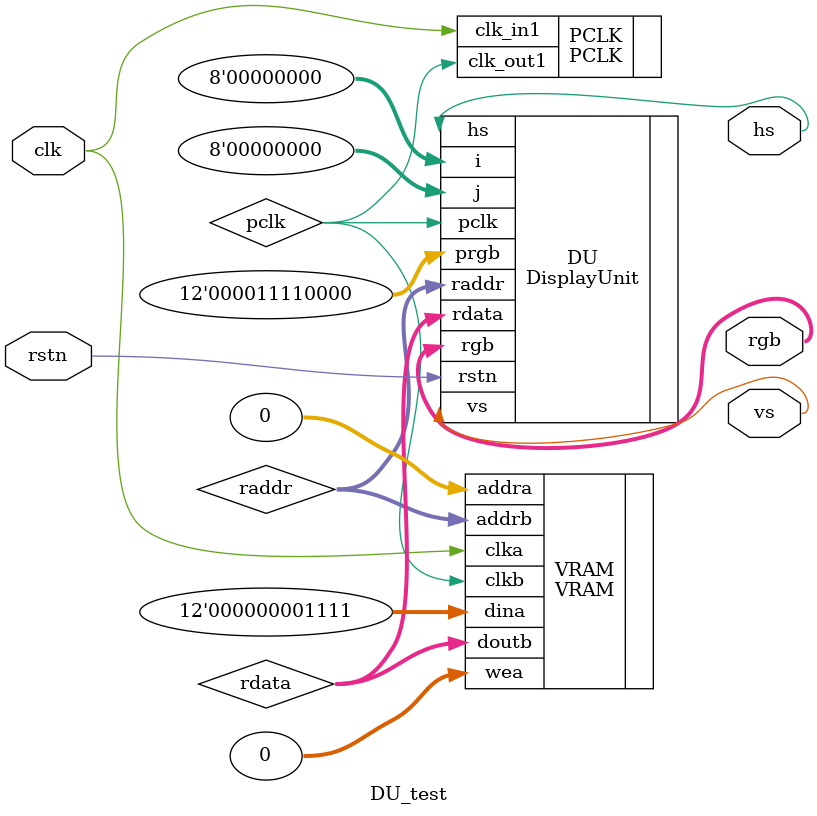
<source format=v>
`timescale 1ns / 1ps


module DU_test(
    input clk, rstn,
    output hs, vs,
    output [11:0] rgb
    );

    wire pclk;
    wire [11:0] rdata;
    wire [14:0] raddr;

    PCLK PCLK(
        .clk_in1 (clk),
        .clk_out1 (pclk)
    );

    DisplayUnit DU(
        .pclk (pclk),
        .rstn (rstn),
        .rdata (rdata),
        .i (8'b0),
        .j (8'b0),
        .prgb (12'h0F0),
        .hs (hs),
        .vs (vs),
        .rgb (rgb),
        .raddr (raddr)
    );

    VRAM VRAM(
        .addra (0),
        .clka (clk),
        .dina (12'h00F),
        .wea (0),
        .addrb (raddr),
        .clkb (pclk),
        .doutb (rdata)
    );
endmodule

</source>
